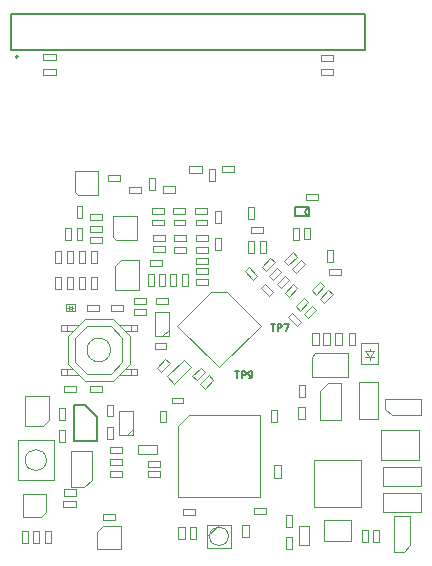
<source format=gbr>
G04 #@! TF.GenerationSoftware,KiCad,Pcbnew,(5.1.8)-1*
G04 #@! TF.CreationDate,2021-01-12T15:50:27+01:00*
G04 #@! TF.ProjectId,pcb-LR1110,7063622d-4c52-4313-9131-302e6b696361,1.1*
G04 #@! TF.SameCoordinates,PX8f0d180PY5f5e100*
G04 #@! TF.FileFunction,Other,Fab,Top*
%FSLAX46Y46*%
G04 Gerber Fmt 4.6, Leading zero omitted, Abs format (unit mm)*
G04 Created by KiCad (PCBNEW (5.1.8)-1) date 2021-01-12 15:50:27*
%MOMM*%
%LPD*%
G01*
G04 APERTURE LIST*
%ADD10C,0.100000*%
%ADD11C,0.127000*%
%ADD12C,0.200000*%
%ADD13C,0.152400*%
%ADD14C,0.120000*%
%ADD15C,0.150000*%
%ADD16C,0.180000*%
G04 APERTURE END LIST*
D10*
X-3500000Y-12250000D02*
X-2500000Y-11250000D01*
X-3500000Y-18250000D02*
X-3500000Y-12250000D01*
X3500000Y-18250000D02*
X-3500000Y-18250000D01*
X3500000Y-11250000D02*
X3500000Y-18250000D01*
X-2500000Y-11250000D02*
X3500000Y-11250000D01*
D11*
X-17600000Y22650000D02*
X-17600000Y19650000D01*
X-17600000Y19650000D02*
X12400000Y19650000D01*
X12400000Y19650000D02*
X12400000Y22650000D01*
X12400000Y22650000D02*
X-17600000Y22650000D01*
D12*
X-17000000Y19050000D02*
G75*
G03*
X-17000000Y19050000I-100000J0D01*
G01*
D10*
X12135355Y-22026066D02*
X12135355Y-21026066D01*
X12635355Y-22026066D02*
X12135355Y-22026066D01*
X12635355Y-21026066D02*
X12635355Y-22026066D01*
X12135355Y-21026066D02*
X12635355Y-21026066D01*
X13085355Y-21026066D02*
X13585355Y-21026066D01*
X13585355Y-21026066D02*
X13585355Y-22026066D01*
X13585355Y-22026066D02*
X13085355Y-22026066D01*
X13085355Y-22026066D02*
X13085355Y-21026066D01*
X13900000Y-15650000D02*
X17100000Y-15650000D01*
X13900000Y-17250000D02*
X13900000Y-15650000D01*
X17100000Y-17250000D02*
X13900000Y-17250000D01*
X17100000Y-15650000D02*
X17100000Y-17250000D01*
X17100000Y-17900000D02*
X17100000Y-19500000D01*
X17100000Y-19500000D02*
X13900000Y-19500000D01*
X13900000Y-19500000D02*
X13900000Y-17900000D01*
X13900000Y-17900000D02*
X17100000Y-17900000D01*
X13450000Y-8450000D02*
X13450000Y-11650000D01*
X11850000Y-8450000D02*
X13450000Y-8450000D01*
X11850000Y-11650000D02*
X11850000Y-8450000D01*
X13450000Y-11650000D02*
X11850000Y-11650000D01*
X-4580000Y-380000D02*
X-5080000Y-380000D01*
X-5080000Y-380000D02*
X-5080000Y620000D01*
X-5080000Y620000D02*
X-4580000Y620000D01*
X-4580000Y620000D02*
X-4580000Y-380000D01*
X6200000Y-21580000D02*
X6200000Y-22580000D01*
X5700000Y-21580000D02*
X6200000Y-21580000D01*
X5700000Y-22580000D02*
X5700000Y-21580000D01*
X6200000Y-22580000D02*
X5700000Y-22580000D01*
X6200000Y-20750000D02*
X5700000Y-20750000D01*
X5700000Y-20750000D02*
X5700000Y-19750000D01*
X5700000Y-19750000D02*
X6200000Y-19750000D01*
X6200000Y-19750000D02*
X6200000Y-20750000D01*
X7600000Y-20700000D02*
X7600000Y-22300000D01*
X6800000Y-20700000D02*
X7600000Y-20700000D01*
X6800000Y-22300000D02*
X6800000Y-20700000D01*
X7600000Y-22300000D02*
X6800000Y-22300000D01*
X-2050000Y-19250000D02*
X-2050000Y-19750000D01*
X-2050000Y-19750000D02*
X-3050000Y-19750000D01*
X-3050000Y-19750000D02*
X-3050000Y-19250000D01*
X-3050000Y-19250000D02*
X-2050000Y-19250000D01*
X6750000Y-8720000D02*
X7250000Y-8720000D01*
X7250000Y-8720000D02*
X7250000Y-9720000D01*
X7250000Y-9720000D02*
X6750000Y-9720000D01*
X6750000Y-9720000D02*
X6750000Y-8720000D01*
X-8180000Y-16500000D02*
X-9180000Y-16500000D01*
X-8180000Y-16000000D02*
X-8180000Y-16500000D01*
X-9180000Y-16000000D02*
X-8180000Y-16000000D01*
X-9180000Y-16500000D02*
X-9180000Y-16000000D01*
X-4820000Y1310000D02*
X-5820000Y1310000D01*
X-4820000Y1810000D02*
X-4820000Y1310000D01*
X-5820000Y1810000D02*
X-4820000Y1810000D01*
X-5820000Y1310000D02*
X-5820000Y1810000D01*
X-1905000Y3950000D02*
X-905000Y3950000D01*
X-1905000Y3450000D02*
X-1905000Y3950000D01*
X-905000Y3450000D02*
X-1905000Y3450000D01*
X-905000Y3950000D02*
X-905000Y3450000D01*
X-9900000Y5700000D02*
X-9900000Y5200000D01*
X-9900000Y5200000D02*
X-10900000Y5200000D01*
X-10900000Y5200000D02*
X-10900000Y5700000D01*
X-10900000Y5700000D02*
X-9900000Y5700000D01*
X-4595000Y3950000D02*
X-4595000Y3450000D01*
X-4595000Y3450000D02*
X-5595000Y3450000D01*
X-5595000Y3450000D02*
X-5595000Y3950000D01*
X-5595000Y3950000D02*
X-4595000Y3950000D01*
X-8390000Y8550000D02*
X-9390000Y8550000D01*
X-8390000Y9050000D02*
X-8390000Y8550000D01*
X-9390000Y9050000D02*
X-8390000Y9050000D01*
X-9390000Y8550000D02*
X-9390000Y9050000D01*
X-2775000Y2975001D02*
X-2775000Y2475001D01*
X-2775000Y2475001D02*
X-3775000Y2475001D01*
X-3775000Y2475001D02*
X-3775000Y2975001D01*
X-3775000Y2975001D02*
X-2775000Y2975001D01*
X-6200000Y-1900000D02*
X-7200000Y-1900000D01*
X-6200000Y-1400000D02*
X-6200000Y-1900000D01*
X-7200000Y-1400000D02*
X-6200000Y-1400000D01*
X-7200000Y-1900000D02*
X-7200000Y-1400000D01*
X-5605000Y2500000D02*
X-5605000Y3000000D01*
X-5605000Y3000000D02*
X-4605000Y3000000D01*
X-4605000Y3000000D02*
X-4605000Y2500000D01*
X-4605000Y2500000D02*
X-5605000Y2500000D01*
X-6180000Y-2830000D02*
X-7180000Y-2830000D01*
X-6180000Y-2330000D02*
X-6180000Y-2830000D01*
X-7180000Y-2330000D02*
X-6180000Y-2330000D01*
X-7180000Y-2830000D02*
X-7180000Y-2330000D01*
X-5450000Y-5720000D02*
X-5450000Y-5220000D01*
X-5450000Y-5220000D02*
X-4450000Y-5220000D01*
X-4450000Y-5220000D02*
X-4450000Y-5720000D01*
X-4450000Y-5720000D02*
X-5450000Y-5720000D01*
X-10895000Y4750000D02*
X-9895000Y4750000D01*
X-10895000Y4250000D02*
X-10895000Y4750000D01*
X-9895000Y4250000D02*
X-10895000Y4250000D01*
X-9895000Y4750000D02*
X-9895000Y4250000D01*
X-11550000Y3550000D02*
X-12050000Y3550000D01*
X-12050000Y3550000D02*
X-12050000Y4550000D01*
X-12050000Y4550000D02*
X-11550000Y4550000D01*
X-11550000Y4550000D02*
X-11550000Y3550000D01*
X-945000Y1130000D02*
X-945000Y630000D01*
X-945000Y630000D02*
X-1945000Y630000D01*
X-1945000Y630000D02*
X-1945000Y1130000D01*
X-1945000Y1130000D02*
X-945000Y1130000D01*
X-1950000Y225000D02*
X-950000Y225000D01*
X-1950000Y-275000D02*
X-1950000Y225000D01*
X-950000Y-275000D02*
X-1950000Y-275000D01*
X-950000Y225000D02*
X-950000Y-275000D01*
X-945000Y2050000D02*
X-945000Y1550000D01*
X-945000Y1550000D02*
X-1945000Y1550000D01*
X-1945000Y1550000D02*
X-1945000Y2050000D01*
X-1945000Y2050000D02*
X-945000Y2050000D01*
X-975000Y5275000D02*
X-975000Y4775000D01*
X-975000Y4775000D02*
X-1975000Y4775000D01*
X-1975000Y4775000D02*
X-1975000Y5275000D01*
X-1975000Y5275000D02*
X-975000Y5275000D01*
X-2855000Y5750000D02*
X-3855000Y5750000D01*
X-2855000Y6250000D02*
X-2855000Y5750000D01*
X-3855000Y6250000D02*
X-2855000Y6250000D01*
X-3855000Y5750000D02*
X-3855000Y6250000D01*
X-9230000Y-14000000D02*
X-8230000Y-14000000D01*
X-9230000Y-14500000D02*
X-9230000Y-14000000D01*
X-8230000Y-14500000D02*
X-9230000Y-14500000D01*
X-8230000Y-14000000D02*
X-8230000Y-14500000D01*
X11050000Y-4350000D02*
X11550000Y-4350000D01*
X11550000Y-4350000D02*
X11550000Y-5350000D01*
X11550000Y-5350000D02*
X11050000Y-5350000D01*
X11050000Y-5350000D02*
X11050000Y-4350000D01*
X-16161000Y-22096000D02*
X-16661000Y-22096000D01*
X-16661000Y-22096000D02*
X-16661000Y-21096000D01*
X-16661000Y-21096000D02*
X-16161000Y-21096000D01*
X-16161000Y-21096000D02*
X-16161000Y-22096000D01*
X-14240000Y-22077000D02*
X-14740000Y-22077000D01*
X-14740000Y-22077000D02*
X-14740000Y-21077000D01*
X-14740000Y-21077000D02*
X-14240000Y-21077000D01*
X-14240000Y-21077000D02*
X-14240000Y-22077000D01*
X-15211000Y-21076000D02*
X-15211000Y-22076000D01*
X-15711000Y-21076000D02*
X-15211000Y-21076000D01*
X-15711000Y-22076000D02*
X-15711000Y-21076000D01*
X-15211000Y-22076000D02*
X-15711000Y-22076000D01*
X-8820000Y-19650000D02*
X-8820000Y-20150000D01*
X-8820000Y-20150000D02*
X-9820000Y-20150000D01*
X-9820000Y-20150000D02*
X-9820000Y-19650000D01*
X-9820000Y-19650000D02*
X-8820000Y-19650000D01*
X-5670000Y6250000D02*
X-4670000Y6250000D01*
X-5670000Y5750000D02*
X-5670000Y6250000D01*
X-4670000Y5750000D02*
X-5670000Y5750000D01*
X-4670000Y6250000D02*
X-4670000Y5750000D01*
X-4675000Y5275000D02*
X-4675000Y4775000D01*
X-4675000Y4775000D02*
X-5675000Y4775000D01*
X-5675000Y4775000D02*
X-5675000Y5275000D01*
X-5675000Y5275000D02*
X-4675000Y5275000D01*
X-1537634Y-7284081D02*
X-1184081Y-7637634D01*
X-1184081Y-7637634D02*
X-1891188Y-8344741D01*
X-1891188Y-8344741D02*
X-2244741Y-7991188D01*
X-2244741Y-7991188D02*
X-1537634Y-7284081D01*
X-2654289Y632868D02*
X-2654289Y-367132D01*
X-3154289Y632868D02*
X-2654289Y632868D01*
X-3154289Y-367132D02*
X-3154289Y632868D01*
X-2654289Y-367132D02*
X-3154289Y-367132D01*
X-3604289Y637867D02*
X-3604289Y-362133D01*
X-4104289Y637867D02*
X-3604289Y637867D01*
X-4104289Y-362133D02*
X-4104289Y637867D01*
X-3604289Y-362133D02*
X-4104289Y-362133D01*
X2998959Y2415406D02*
X2498959Y2415406D01*
X2498959Y2415406D02*
X2498959Y3415406D01*
X2498959Y3415406D02*
X2998959Y3415406D01*
X2998959Y3415406D02*
X2998959Y2415406D01*
X2990000Y6310000D02*
X2990000Y5310000D01*
X2490000Y6310000D02*
X2990000Y6310000D01*
X2490000Y5310000D02*
X2490000Y6310000D01*
X2990000Y5310000D02*
X2490000Y5310000D01*
X8381827Y6907917D02*
X7381827Y6907917D01*
X8381827Y7407917D02*
X8381827Y6907917D01*
X7381827Y7407917D02*
X8381827Y7407917D01*
X7381827Y6907917D02*
X7381827Y7407917D01*
X4710330Y1636777D02*
X4003223Y929670D01*
X4356777Y1990330D02*
X4710330Y1636777D01*
X3649670Y1283223D02*
X4356777Y1990330D01*
X4003223Y929670D02*
X3649670Y1283223D01*
X2743934Y4135355D02*
X2743934Y4635355D01*
X2743934Y4635355D02*
X3743934Y4635355D01*
X3743934Y4635355D02*
X3743934Y4135355D01*
X3743934Y4135355D02*
X2743934Y4135355D01*
X4582340Y118736D02*
X4228787Y472289D01*
X4228787Y472289D02*
X4935894Y1179396D01*
X4935894Y1179396D02*
X5289447Y825843D01*
X5289447Y825843D02*
X4582340Y118736D01*
X6597594Y2133991D02*
X5890487Y1426884D01*
X6244041Y2487544D02*
X6597594Y2133991D01*
X5536934Y1780437D02*
X6244041Y2487544D01*
X5890487Y1426884D02*
X5536934Y1780437D01*
X-7590000Y8040000D02*
X-6590000Y8040000D01*
X-7590000Y7540000D02*
X-7590000Y8040000D01*
X-6590000Y7540000D02*
X-7590000Y7540000D01*
X-6590000Y8040000D02*
X-6590000Y7540000D01*
X7230000Y3590000D02*
X7230000Y4590000D01*
X7730000Y3590000D02*
X7230000Y3590000D01*
X7730000Y4590000D02*
X7730000Y3590000D01*
X7230000Y4590000D02*
X7730000Y4590000D01*
X-5240919Y-7262366D02*
X-4533812Y-6555259D01*
X-4887366Y-7615919D02*
X-5240919Y-7262366D01*
X-4180259Y-6908812D02*
X-4887366Y-7615919D01*
X-4533812Y-6555259D02*
X-4180259Y-6908812D01*
X6636485Y-564124D02*
X5929378Y-1271231D01*
X6282932Y-210571D02*
X6636485Y-564124D01*
X5575825Y-917678D02*
X6282932Y-210571D01*
X5929378Y-1271231D02*
X5575825Y-917678D01*
X7272881Y1465775D02*
X6565774Y758668D01*
X6919328Y1819328D02*
X7272881Y1465775D01*
X6212221Y1112221D02*
X6919328Y1819328D01*
X6565774Y758668D02*
X6212221Y1112221D01*
X-11350000Y1600000D02*
X-11850000Y1600000D01*
X-11850000Y1600000D02*
X-11850000Y2600000D01*
X-11850000Y2600000D02*
X-11350000Y2600000D01*
X-11350000Y2600000D02*
X-11350000Y1600000D01*
X-10350000Y2600000D02*
X-10350000Y1600000D01*
X-10850000Y2600000D02*
X-10350000Y2600000D01*
X-10850000Y1600000D02*
X-10850000Y2600000D01*
X-10350000Y1600000D02*
X-10850000Y1600000D01*
X1300000Y9770000D02*
X1300000Y9270000D01*
X1300000Y9270000D02*
X300000Y9270000D01*
X300000Y9270000D02*
X300000Y9770000D01*
X300000Y9770000D02*
X1300000Y9770000D01*
X8923223Y-1780330D02*
X8569670Y-1426777D01*
X8569670Y-1426777D02*
X9276777Y-719670D01*
X9276777Y-719670D02*
X9630330Y-1073223D01*
X9630330Y-1073223D02*
X8923223Y-1780330D01*
X9650000Y2700000D02*
X9650000Y1700000D01*
X9150000Y2700000D02*
X9650000Y2700000D01*
X9150000Y1700000D02*
X9150000Y2700000D01*
X9650000Y1700000D02*
X9150000Y1700000D01*
X6576777Y-3726777D02*
X5869670Y-3019670D01*
X6930330Y-3373224D02*
X6576777Y-3726777D01*
X6223223Y-2666117D02*
X6930330Y-3373224D01*
X5869670Y-3019670D02*
X6223223Y-2666117D01*
X7876777Y-2019670D02*
X8230330Y-2373223D01*
X8230330Y-2373223D02*
X7523223Y-3080330D01*
X7523223Y-3080330D02*
X7169670Y-2726777D01*
X7169670Y-2726777D02*
X7876777Y-2019670D01*
X10350000Y550000D02*
X9350000Y550000D01*
X10350000Y1050000D02*
X10350000Y550000D01*
X9350000Y1050000D02*
X10350000Y1050000D01*
X9350000Y550000D02*
X9350000Y1050000D01*
X-12350000Y1600000D02*
X-12850000Y1600000D01*
X-12850000Y1600000D02*
X-12850000Y2600000D01*
X-12850000Y2600000D02*
X-12350000Y2600000D01*
X-12350000Y2600000D02*
X-12350000Y1600000D01*
X-13350000Y2600000D02*
X-13350000Y1600000D01*
X-13850000Y2600000D02*
X-13350000Y2600000D01*
X-13850000Y1600000D02*
X-13850000Y2600000D01*
X-13350000Y1600000D02*
X-13850000Y1600000D01*
X4000000Y-19650000D02*
X3000000Y-19650000D01*
X4000000Y-19150000D02*
X4000000Y-19650000D01*
X3000000Y-19150000D02*
X4000000Y-19150000D01*
X3000000Y-19650000D02*
X3000000Y-19150000D01*
X-3000000Y-9800000D02*
X-3000000Y-10300000D01*
X-3000000Y-10300000D02*
X-4000000Y-10300000D01*
X-4000000Y-10300000D02*
X-4000000Y-9800000D01*
X-4000000Y-9800000D02*
X-3000000Y-9800000D01*
X-4450000Y-11900000D02*
X-4950000Y-11900000D01*
X-4950000Y-11900000D02*
X-4950000Y-10900000D01*
X-4950000Y-10900000D02*
X-4450000Y-10900000D01*
X-4450000Y-10900000D02*
X-4450000Y-11900000D01*
X-5969998Y-16050000D02*
X-4969998Y-16050000D01*
X-5969998Y-16550000D02*
X-5969998Y-16050000D01*
X-4969998Y-16550000D02*
X-5969998Y-16550000D01*
X-4969998Y-16050000D02*
X-4969998Y-16550000D01*
X-5969998Y-15150000D02*
X-4969998Y-15150000D01*
X-5969998Y-15650000D02*
X-5969998Y-15150000D01*
X-4969998Y-15650000D02*
X-5969998Y-15650000D01*
X-4969998Y-15150000D02*
X-4969998Y-15650000D01*
X-13050000Y-13580000D02*
X-13550000Y-13580000D01*
X-13550000Y-13580000D02*
X-13550000Y-12580000D01*
X-13550000Y-12580000D02*
X-13050000Y-12580000D01*
X-13050000Y-12580000D02*
X-13050000Y-13580000D01*
X-9450000Y-10400000D02*
X-8950000Y-10400000D01*
X-8950000Y-10400000D02*
X-8950000Y-11400000D01*
X-8950000Y-11400000D02*
X-9450000Y-11400000D01*
X-9450000Y-11400000D02*
X-9450000Y-10400000D01*
X-8950000Y-13300000D02*
X-9450000Y-13300000D01*
X-9450000Y-13300000D02*
X-9450000Y-12300000D01*
X-9450000Y-12300000D02*
X-8950000Y-12300000D01*
X-8950000Y-12300000D02*
X-8950000Y-13300000D01*
X12050000Y-7000000D02*
X12050000Y-5200000D01*
X12050000Y-5200000D02*
X13450000Y-5200000D01*
X13450000Y-5200000D02*
X13450000Y-7000000D01*
X13450000Y-7000000D02*
X12050000Y-7000000D01*
X12400000Y-6400000D02*
X13100000Y-6400000D01*
X12750000Y-6400000D02*
X12750000Y-6600000D01*
X12750000Y-6400000D02*
X12400000Y-5900000D01*
X12400000Y-5900000D02*
X13100000Y-5900000D01*
X13100000Y-5900000D02*
X12750000Y-6400000D01*
X12750000Y-5900000D02*
X12750000Y-5650000D01*
X1000000Y-20550000D02*
X-1000000Y-20550000D01*
X1000000Y-22550000D02*
X1000000Y-20550000D01*
X-1000000Y-22550000D02*
X1000000Y-22550000D01*
X-1000000Y-20550000D02*
X-1000000Y-22550000D01*
X0Y-20550000D02*
X-1000000Y-21550000D01*
X800000Y-21550000D02*
G75*
G03*
X800000Y-21550000I-800000J0D01*
G01*
X16900000Y-15050000D02*
X13700000Y-15050000D01*
X16900000Y-12550000D02*
X16900000Y-15050000D01*
X13700000Y-12550000D02*
X16900000Y-12550000D01*
X13700000Y-15050000D02*
X13700000Y-12550000D01*
X-6837500Y-13800000D02*
X-5237500Y-13800000D01*
X-6837500Y-14600000D02*
X-6837500Y-13800000D01*
X-5237500Y-14600000D02*
X-6837500Y-14600000D01*
X-5237500Y-13800000D02*
X-5237500Y-14600000D01*
X-14350000Y-11710000D02*
X-14875000Y-12235000D01*
X-14350000Y-9695000D02*
X-14350000Y-11710000D01*
X-16450000Y-9695000D02*
X-14350000Y-9695000D01*
X-16450000Y-12235000D02*
X-16450000Y-9695000D01*
X-14875000Y-12235000D02*
X-16450000Y-12235000D01*
X8050000Y-15050000D02*
X12050000Y-15050000D01*
X12050000Y-15050000D02*
X12050000Y-19050000D01*
X12050000Y-19050000D02*
X8050000Y-19050000D01*
X8050000Y-19050000D02*
X8050000Y-15050000D01*
X-5530000Y620000D02*
X-5530000Y-380000D01*
X-6030000Y620000D02*
X-5530000Y620000D01*
X-6030000Y-380000D02*
X-6030000Y620000D01*
X-5530000Y-380000D02*
X-6030000Y-380000D01*
X-925000Y2975000D02*
X-925000Y2475000D01*
X-925000Y2475000D02*
X-1925000Y2475000D01*
X-1925000Y2475000D02*
X-1925000Y2975000D01*
X-1925000Y2975000D02*
X-925000Y2975000D01*
X-3765000Y3950001D02*
X-2765000Y3950001D01*
X-3765000Y3450001D02*
X-3765000Y3950001D01*
X-2765000Y3450001D02*
X-3765000Y3450001D01*
X-2765000Y3950001D02*
X-2765000Y3450001D01*
X-300000Y3714999D02*
X200000Y3714999D01*
X200000Y3714999D02*
X200000Y2714999D01*
X200000Y2714999D02*
X-300000Y2714999D01*
X-300000Y2714999D02*
X-300000Y3714999D01*
X-11550000Y6400000D02*
X-11550000Y5400000D01*
X-12050000Y6400000D02*
X-11550000Y6400000D01*
X-12050000Y5400000D02*
X-12050000Y6400000D01*
X-11550000Y5400000D02*
X-12050000Y5400000D01*
X-325000Y4975000D02*
X-325000Y5975000D01*
X175000Y4975000D02*
X-325000Y4975000D01*
X175000Y5975000D02*
X175000Y4975000D01*
X-325000Y5975000D02*
X175000Y5975000D01*
X-10900000Y3300000D02*
X-10900000Y3800000D01*
X-10900000Y3800000D02*
X-9900000Y3800000D01*
X-9900000Y3800000D02*
X-9900000Y3300000D01*
X-9900000Y3300000D02*
X-10900000Y3300000D01*
X-990000Y6250000D02*
X-990000Y5750000D01*
X-990000Y5750000D02*
X-1990000Y5750000D01*
X-1990000Y5750000D02*
X-1990000Y6250000D01*
X-1990000Y6250000D02*
X-990000Y6250000D01*
X-2840000Y5275000D02*
X-2840000Y4775000D01*
X-2840000Y4775000D02*
X-3840000Y4775000D01*
X-3840000Y4775000D02*
X-3840000Y5275000D01*
X-3840000Y5275000D02*
X-2840000Y5275000D01*
X2169670Y876777D02*
X2523223Y1230330D01*
X2523223Y1230330D02*
X3230330Y523223D01*
X3230330Y523223D02*
X2876777Y169670D01*
X2876777Y169670D02*
X2169670Y876777D01*
X3953553Y3435786D02*
X3953553Y2435786D01*
X3453553Y3435786D02*
X3953553Y3435786D01*
X3453553Y2435786D02*
X3453553Y3435786D01*
X3953553Y2435786D02*
X3453553Y2435786D01*
X6740000Y4580000D02*
X6740000Y3580000D01*
X6240000Y4580000D02*
X6740000Y4580000D01*
X6240000Y3580000D02*
X6240000Y4580000D01*
X6740000Y3580000D02*
X6240000Y3580000D01*
X4260607Y-1214160D02*
X3553500Y-507053D01*
X4614160Y-860607D02*
X4260607Y-1214160D01*
X3907053Y-153500D02*
X4614160Y-860607D01*
X3553500Y-507053D02*
X3907053Y-153500D01*
X-5390000Y8790000D02*
X-5390000Y7790000D01*
X-5890000Y8790000D02*
X-5390000Y8790000D01*
X-5890000Y7790000D02*
X-5890000Y8790000D01*
X-5390000Y7790000D02*
X-5890000Y7790000D01*
X5957663Y150556D02*
X5250556Y-556551D01*
X5604110Y504109D02*
X5957663Y150556D01*
X4897003Y-202998D02*
X5604110Y504109D01*
X5250556Y-556551D02*
X4897003Y-202998D01*
X-830000Y8550000D02*
X-830000Y9550000D01*
X-330000Y8550000D02*
X-830000Y8550000D01*
X-330000Y9550000D02*
X-330000Y8550000D01*
X-830000Y9550000D02*
X-330000Y9550000D01*
X6873223Y-2430330D02*
X6519670Y-2076777D01*
X6519670Y-2076777D02*
X7226777Y-1369670D01*
X7226777Y-1369670D02*
X7580330Y-1723223D01*
X7580330Y-1723223D02*
X6873223Y-2430330D01*
X8223223Y-1080330D02*
X7869670Y-726777D01*
X7869670Y-726777D02*
X8576777Y-19670D01*
X8576777Y-19670D02*
X8930330Y-373223D01*
X8930330Y-373223D02*
X8223223Y-1080330D01*
X-13000000Y4550000D02*
X-12500000Y4550000D01*
X-12500000Y4550000D02*
X-12500000Y3550000D01*
X-12500000Y3550000D02*
X-13000000Y3550000D01*
X-13000000Y3550000D02*
X-13000000Y4550000D01*
X-2349695Y-7236091D02*
X-3763909Y-8650305D01*
X-2986091Y-6599695D02*
X-2349695Y-7236091D01*
X-4400305Y-8013909D02*
X-2986091Y-6599695D01*
X-3763909Y-8650305D02*
X-4400305Y-8013909D01*
X17120000Y-11300000D02*
X17120000Y-9900000D01*
X14080000Y-9900000D02*
X17120000Y-9900000D01*
X14650000Y-11300000D02*
X14080000Y-10750000D01*
X14080000Y-10750000D02*
X14080000Y-9900000D01*
X14650000Y-11300000D02*
X17100000Y-11300000D01*
X-5365000Y-1360000D02*
X-4315000Y-1360000D01*
X-5365000Y-1900000D02*
X-5365000Y-1360000D01*
X-4315000Y-1900000D02*
X-5365000Y-1900000D01*
X-4315000Y-1360000D02*
X-4315000Y-1900000D01*
X5220000Y-16575000D02*
X4680000Y-16575000D01*
X4680000Y-16575000D02*
X4680000Y-15525000D01*
X4680000Y-15525000D02*
X5220000Y-15525000D01*
X5220000Y-15525000D02*
X5220000Y-16575000D01*
X6730000Y-11625000D02*
X6730000Y-10575000D01*
X7270000Y-11625000D02*
X6730000Y-11625000D01*
X7270000Y-10575000D02*
X7270000Y-11625000D01*
X6730000Y-10575000D02*
X7270000Y-10575000D01*
X-9225000Y-14980000D02*
X-8175000Y-14980000D01*
X-9225000Y-15520000D02*
X-9225000Y-14980000D01*
X-8175000Y-15520000D02*
X-9225000Y-15520000D01*
X-8175000Y-14980000D02*
X-8175000Y-15520000D01*
X-844688Y-7912850D02*
X-462850Y-8294688D01*
X-462850Y-8294688D02*
X-1205312Y-9037150D01*
X-1205312Y-9037150D02*
X-1587150Y-8655312D01*
X-1587150Y-8655312D02*
X-844688Y-7912850D01*
X-3445000Y-21810000D02*
X-3445000Y-20760000D01*
X-2905000Y-21810000D02*
X-3445000Y-21810000D01*
X-2905000Y-20760000D02*
X-2905000Y-21810000D01*
X-3445000Y-20760000D02*
X-2905000Y-20760000D01*
X-2470000Y-20760000D02*
X-1930000Y-20760000D01*
X-1930000Y-20760000D02*
X-1930000Y-21810000D01*
X-1930000Y-21810000D02*
X-2470000Y-21810000D01*
X-2470000Y-21810000D02*
X-2470000Y-20760000D01*
X1979999Y-20565001D02*
X2519999Y-20565001D01*
X2519999Y-20565001D02*
X2519999Y-21615001D01*
X2519999Y-21615001D02*
X1979999Y-21615001D01*
X1979999Y-21615001D02*
X1979999Y-20565001D01*
X9860000Y-4305000D02*
X10400000Y-4305000D01*
X10400000Y-4305000D02*
X10400000Y-5355000D01*
X10400000Y-5355000D02*
X9860000Y-5355000D01*
X9860000Y-5355000D02*
X9860000Y-4305000D01*
X8850000Y-4305000D02*
X9390000Y-4305000D01*
X9390000Y-4305000D02*
X9390000Y-5355000D01*
X9390000Y-5355000D02*
X8850000Y-5355000D01*
X8850000Y-5355000D02*
X8850000Y-4305000D01*
X7920000Y-4295000D02*
X8460000Y-4295000D01*
X8460000Y-4295000D02*
X8460000Y-5345000D01*
X8460000Y-5345000D02*
X7920000Y-5345000D01*
X7920000Y-5345000D02*
X7920000Y-4295000D01*
X-12125000Y-19070000D02*
X-13175000Y-19070000D01*
X-12125000Y-18530000D02*
X-12125000Y-19070000D01*
X-13175000Y-18530000D02*
X-12125000Y-18530000D01*
X-13175000Y-19070000D02*
X-13175000Y-18530000D01*
X-13125000Y-17580000D02*
X-12075000Y-17580000D01*
X-13125000Y-18120000D02*
X-13125000Y-17580000D01*
X-12075000Y-18120000D02*
X-13125000Y-18120000D01*
X-12075000Y-17580000D02*
X-12075000Y-18120000D01*
X-10925000Y-8830000D02*
X-9875000Y-8830000D01*
X-10925000Y-9370000D02*
X-10925000Y-8830000D01*
X-9875000Y-9370000D02*
X-10925000Y-9370000D01*
X-9875000Y-8830000D02*
X-9875000Y-9370000D01*
X-13125000Y-8830000D02*
X-12075000Y-8830000D01*
X-13125000Y-9370000D02*
X-13125000Y-8830000D01*
X-12075000Y-9370000D02*
X-13125000Y-9370000D01*
X-12075000Y-8830000D02*
X-12075000Y-9370000D01*
X-14875000Y19295000D02*
X-13825000Y19295000D01*
X-14875000Y18755000D02*
X-14875000Y19295000D01*
X-13825000Y18755000D02*
X-14875000Y18755000D01*
X-13825000Y19295000D02*
X-13825000Y18755000D01*
X8626000Y19241000D02*
X9676000Y19241000D01*
X8626000Y18701000D02*
X8626000Y19241000D01*
X9676000Y18701000D02*
X8626000Y18701000D01*
X9676000Y19241000D02*
X9676000Y18701000D01*
X-4745000Y7540000D02*
X-4745000Y8080000D01*
X-4745000Y8080000D02*
X-3695000Y8080000D01*
X-3695000Y8080000D02*
X-3695000Y7540000D01*
X-3695000Y7540000D02*
X-4745000Y7540000D01*
X-13825001Y18020000D02*
X-13825001Y17480000D01*
X-13825001Y17480000D02*
X-14875001Y17480000D01*
X-14875001Y17480000D02*
X-14875001Y18020000D01*
X-14875001Y18020000D02*
X-13825001Y18020000D01*
X9675000Y18010000D02*
X9675000Y17470000D01*
X9675000Y17470000D02*
X8625000Y17470000D01*
X8625000Y17470000D02*
X8625000Y18010000D01*
X8625000Y18010000D02*
X9675000Y18010000D01*
X-10870000Y415000D02*
X-10330000Y415000D01*
X-10330000Y415000D02*
X-10330000Y-635000D01*
X-10330000Y-635000D02*
X-10870000Y-635000D01*
X-10870000Y-635000D02*
X-10870000Y415000D01*
X-11870000Y-635000D02*
X-11870000Y415000D01*
X-11330000Y-635000D02*
X-11870000Y-635000D01*
X-11330000Y415000D02*
X-11330000Y-635000D01*
X-11870000Y415000D02*
X-11330000Y415000D01*
X-1465000Y9240000D02*
X-2515000Y9240000D01*
X-1465000Y9780000D02*
X-1465000Y9240000D01*
X-2515000Y9780000D02*
X-1465000Y9780000D01*
X-2515000Y9240000D02*
X-2515000Y9780000D01*
X-13870000Y425000D02*
X-13330000Y425000D01*
X-13330000Y425000D02*
X-13330000Y-625000D01*
X-13330000Y-625000D02*
X-13870000Y-625000D01*
X-13870000Y-625000D02*
X-13870000Y425000D01*
X-12870000Y-635000D02*
X-12870000Y415000D01*
X-12330000Y-635000D02*
X-12870000Y-635000D01*
X-12330000Y415000D02*
X-12330000Y-635000D01*
X-12870000Y415000D02*
X-12330000Y415000D01*
X-13570000Y-10665001D02*
X-13030000Y-10665001D01*
X-13030000Y-10665001D02*
X-13030000Y-11715001D01*
X-13030000Y-11715001D02*
X-13570000Y-11715001D01*
X-13570000Y-11715001D02*
X-13570000Y-10665001D01*
X-14600000Y-15100000D02*
G75*
G03*
X-14600000Y-15100000I-900000J0D01*
G01*
X-14000000Y-16800000D02*
X-17000000Y-16800000D01*
X-14000000Y-13400000D02*
X-14000000Y-16800000D01*
X-17000000Y-13400000D02*
X-14000000Y-13400000D01*
X-17000000Y-16800000D02*
X-17000000Y-13400000D01*
X11207500Y-21905500D02*
X8892500Y-21905500D01*
X11207500Y-20194500D02*
X8892500Y-20194500D01*
X11207500Y-20194500D02*
X11207500Y-21905500D01*
X8892500Y-20194500D02*
X8892500Y-21905500D01*
X16200000Y-22300000D02*
X16200000Y-19850000D01*
X15650000Y-22870000D02*
X14800000Y-22870000D01*
X16200000Y-22300000D02*
X15650000Y-22870000D01*
X14800000Y-22870000D02*
X14800000Y-19830000D01*
X16200000Y-19830000D02*
X14800000Y-19830000D01*
X10345001Y-8595001D02*
X10345001Y-11695001D01*
X10345001Y-11695001D02*
X8545001Y-11695001D01*
X8545001Y-9245001D02*
X8545001Y-11695001D01*
X10345001Y-8595001D02*
X9195001Y-8595001D01*
X8545001Y-9245001D02*
X9195001Y-8595001D01*
X-10750000Y-16750000D02*
X-11400000Y-17400000D01*
X-12550000Y-17400000D02*
X-11400000Y-17400000D01*
X-10750000Y-16750000D02*
X-10750000Y-14300000D01*
X-12550000Y-14300000D02*
X-10750000Y-14300000D01*
X-12550000Y-17400000D02*
X-12550000Y-14300000D01*
X-8700000Y3550000D02*
X-8950000Y3800000D01*
X-6950000Y3550000D02*
X-8700000Y3550000D01*
X-6950000Y5550000D02*
X-6950000Y3550000D01*
X-8950000Y5550000D02*
X-6950000Y5550000D01*
X-8950000Y3800000D02*
X-8950000Y5550000D01*
X-12200000Y7600000D02*
X-12200000Y9350000D01*
X-12200000Y9350000D02*
X-10200000Y9350000D01*
X-10200000Y9350000D02*
X-10200000Y7350000D01*
X-10200000Y7350000D02*
X-11950000Y7350000D01*
X-11950000Y7350000D02*
X-12200000Y7600000D01*
D13*
X6465328Y6313916D02*
X6465328Y5551916D01*
X6465328Y5551916D02*
X7608328Y5551916D01*
X7608328Y5551916D02*
X7608328Y6313916D01*
X7608328Y6313916D02*
X6465328Y6313916D01*
X7608328Y6237716D02*
G75*
G03*
X7608328Y5628116I0J-304800D01*
G01*
D10*
X-707107Y-871573D02*
X707107Y-871573D01*
X-3535534Y-3700000D02*
X-707107Y-871573D01*
X0Y-7235534D02*
X-3535534Y-3700000D01*
X3535534Y-3700000D02*
X0Y-7235534D01*
X707107Y-871573D02*
X3535534Y-3700000D01*
D14*
X7900000Y-6350000D02*
X8100000Y-6050000D01*
X10900000Y-6050000D02*
X8100000Y-6050000D01*
X10900000Y-8050000D02*
X10900000Y-6050000D01*
X7900000Y-8050000D02*
X10900000Y-8050000D01*
X7900000Y-6350000D02*
X7900000Y-8050000D01*
D15*
X-11300000Y-10450000D02*
X-10300000Y-11450000D01*
X-12300000Y-10450000D02*
X-11300000Y-10450000D01*
X-12300000Y-13450000D02*
X-12300000Y-10450000D01*
X-10300000Y-13450000D02*
X-12300000Y-13450000D01*
X-10300000Y-11450000D02*
X-10300000Y-13450000D01*
D10*
X-15100000Y-19950000D02*
X-16600000Y-19950000D01*
X-14600000Y-19450000D02*
X-15100000Y-19950000D01*
X-14600000Y-17950000D02*
X-14600000Y-19450000D01*
X-16600000Y-17950000D02*
X-14600000Y-17950000D01*
X-16600000Y-19950000D02*
X-16600000Y-17950000D01*
X-9800000Y-20650000D02*
X-8300000Y-20650000D01*
X-8300000Y-20650000D02*
X-8300000Y-22650000D01*
X-8300000Y-22650000D02*
X-10300000Y-22650000D01*
X-10300000Y-22650000D02*
X-10300000Y-21150000D01*
X-10300000Y-21150000D02*
X-9800000Y-20650000D01*
X-8770000Y1310000D02*
X-8770000Y-690000D01*
X-6770000Y1810000D02*
X-6770000Y-690000D01*
X-8270000Y1810000D02*
X-6770000Y1810000D01*
X-8770000Y-690000D02*
X-6770000Y-690000D01*
X-8270000Y1810000D02*
X-8770000Y1310000D01*
X-5430000Y-4565000D02*
X-4230000Y-4565000D01*
X-4230000Y-4565000D02*
X-4230000Y-2515000D01*
X-4230000Y-2515000D02*
X-5430000Y-2515000D01*
X-5430000Y-2515000D02*
X-5430000Y-4565000D01*
X-4730000Y-4540000D02*
X-4230000Y-4040000D01*
X-7800000Y-12950000D02*
X-7300000Y-12450000D01*
X-8500000Y-10925000D02*
X-8500000Y-12975000D01*
X-7300000Y-10925000D02*
X-8500000Y-10925000D01*
X-7300000Y-12975000D02*
X-7300000Y-10925000D01*
X-8500000Y-12975000D02*
X-7300000Y-12975000D01*
X4950000Y-10850000D02*
X4950000Y-11850000D01*
X4450000Y-10850000D02*
X4950000Y-10850000D01*
X4450000Y-11850000D02*
X4450000Y-10850000D01*
X4950000Y-11850000D02*
X4450000Y-11850000D01*
X-11170000Y-1980000D02*
X-10170000Y-1980000D01*
X-11170000Y-2480000D02*
X-11170000Y-1980000D01*
X-10170000Y-2480000D02*
X-11170000Y-2480000D01*
X-10170000Y-1980000D02*
X-10170000Y-2480000D01*
X-12730000Y-2210000D02*
X-12830000Y-2210000D01*
X-12730000Y-2410000D02*
X-12430000Y-2210000D01*
X-12730000Y-2010000D02*
X-12730000Y-2410000D01*
X-12430000Y-2210000D02*
X-12730000Y-2010000D01*
X-12430000Y-2210000D02*
X-12330000Y-2210000D01*
X-12430000Y-2010000D02*
X-12430000Y-2410000D01*
X-12980000Y-2510000D02*
X-12980000Y-1910000D01*
X-12180000Y-2510000D02*
X-12980000Y-2510000D01*
X-12180000Y-1910000D02*
X-12180000Y-2510000D01*
X-12980000Y-1910000D02*
X-12180000Y-1910000D01*
X-9175000Y-1940000D02*
X-8125000Y-1940000D01*
X-9175000Y-2480000D02*
X-9175000Y-1940000D01*
X-8125000Y-2480000D02*
X-9175000Y-2480000D01*
X-8125000Y-1940000D02*
X-8125000Y-2480000D01*
X-6970000Y-7870000D02*
X-6970000Y-7370000D01*
X-6970000Y-3670000D02*
X-6970000Y-4170000D01*
X-13370000Y-7870000D02*
X-13370000Y-7370000D01*
X-13370000Y-3670000D02*
X-13370000Y-4170000D01*
X-7470000Y-3670000D02*
X-7470000Y-4170000D01*
X-8470000Y-3670000D02*
X-6970000Y-3670000D01*
X-6970000Y-4170000D02*
X-7970000Y-4170000D01*
X-12870000Y-3670000D02*
X-12870000Y-4170000D01*
X-11870000Y-3670000D02*
X-13370000Y-3670000D01*
X-13370000Y-4170000D02*
X-12370000Y-4170000D01*
X-12870000Y-7870000D02*
X-12870000Y-7370000D01*
X-13370000Y-7370000D02*
X-12370000Y-7370000D01*
X-11870000Y-7870000D02*
X-13370000Y-7870000D01*
X-8470000Y-7870000D02*
X-6970000Y-7870000D01*
X-7470000Y-7870000D02*
X-7470000Y-7370000D01*
X-6970000Y-7370000D02*
X-7970000Y-7370000D01*
X-12170000Y-4770000D02*
X-11170000Y-3770000D01*
X-11170000Y-3770000D02*
X-9170000Y-3770000D01*
X-9170000Y-3770000D02*
X-8170000Y-4770000D01*
X-8170000Y-4770000D02*
X-8170000Y-6770000D01*
X-8170000Y-6770000D02*
X-9170000Y-7770000D01*
X-9170000Y-7770000D02*
X-11170000Y-7770000D01*
X-11170000Y-7770000D02*
X-12170000Y-6770000D01*
X-12170000Y-6770000D02*
X-12170000Y-4770000D01*
X-12770000Y-4570000D02*
X-12770000Y-6970000D01*
X-12770000Y-6970000D02*
X-11370000Y-8370000D01*
X-11370000Y-8370000D02*
X-8970000Y-8370000D01*
X-8970000Y-8370000D02*
X-7570000Y-6970000D01*
X-7570000Y-6970000D02*
X-7570000Y-4570000D01*
X-7570000Y-4570000D02*
X-8970000Y-3170000D01*
X-8970000Y-3170000D02*
X-11370000Y-3170000D01*
X-11370000Y-3170000D02*
X-12770000Y-4570000D01*
X-9170000Y-5770000D02*
G75*
G03*
X-9170000Y-5770000I-1000000J0D01*
G01*
D15*
X4422857Y-3571428D02*
X4765714Y-3571428D01*
X4594285Y-4171428D02*
X4594285Y-3571428D01*
X4965714Y-4171428D02*
X4965714Y-3571428D01*
X5194285Y-3571428D01*
X5251428Y-3600000D01*
X5280000Y-3628571D01*
X5308571Y-3685714D01*
X5308571Y-3771428D01*
X5280000Y-3828571D01*
X5251428Y-3857142D01*
X5194285Y-3885714D01*
X4965714Y-3885714D01*
X5508571Y-3571428D02*
X5908571Y-3571428D01*
X5651428Y-4171428D01*
D16*
D15*
X1372857Y-7571428D02*
X1715714Y-7571428D01*
X1544285Y-8171428D02*
X1544285Y-7571428D01*
X1915714Y-8171428D02*
X1915714Y-7571428D01*
X2144285Y-7571428D01*
X2201428Y-7600000D01*
X2230000Y-7628571D01*
X2258571Y-7685714D01*
X2258571Y-7771428D01*
X2230000Y-7828571D01*
X2201428Y-7857142D01*
X2144285Y-7885714D01*
X1915714Y-7885714D01*
X2544285Y-8171428D02*
X2658571Y-8171428D01*
X2715714Y-8142857D01*
X2744285Y-8114285D01*
X2801428Y-8028571D01*
X2830000Y-7914285D01*
X2830000Y-7685714D01*
X2801428Y-7628571D01*
X2772857Y-7600000D01*
X2715714Y-7571428D01*
X2601428Y-7571428D01*
X2544285Y-7600000D01*
X2515714Y-7628571D01*
X2487142Y-7685714D01*
X2487142Y-7828571D01*
X2515714Y-7885714D01*
X2544285Y-7914285D01*
X2601428Y-7942857D01*
X2715714Y-7942857D01*
X2772857Y-7914285D01*
X2801428Y-7885714D01*
X2830000Y-7828571D01*
D16*
M02*

</source>
